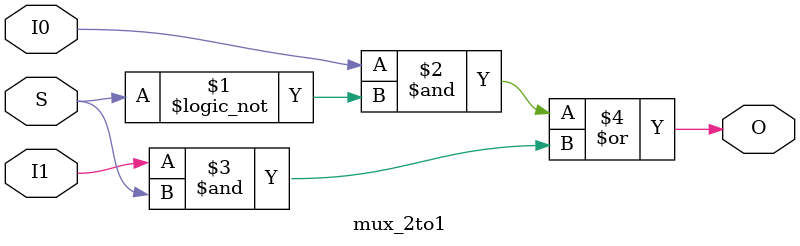
<source format=sv>
module mux_2to1(I0, I1, S, O);
	  
	input  logic I0;
	input  logic I1;
	input  logic  S; 
	output logic  O;
				
	assign O = (I0 & !S) | (I1 & S);
	  
endmodule

</source>
